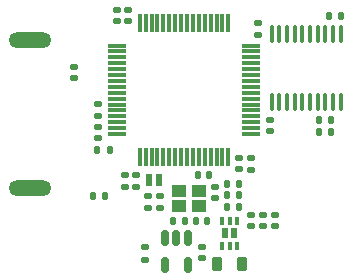
<source format=gtp>
%TF.GenerationSoftware,KiCad,Pcbnew,8.0.0*%
%TF.CreationDate,2024-03-08T16:01:40-06:00*%
%TF.ProjectId,led_dog_collar,6c65645f-646f-4675-9f63-6f6c6c61722e,rev?*%
%TF.SameCoordinates,Original*%
%TF.FileFunction,Paste,Top*%
%TF.FilePolarity,Positive*%
%FSLAX46Y46*%
G04 Gerber Fmt 4.6, Leading zero omitted, Abs format (unit mm)*
G04 Created by KiCad (PCBNEW 8.0.0) date 2024-03-08 16:01:40*
%MOMM*%
%LPD*%
G01*
G04 APERTURE LIST*
G04 Aperture macros list*
%AMRoundRect*
0 Rectangle with rounded corners*
0 $1 Rounding radius*
0 $2 $3 $4 $5 $6 $7 $8 $9 X,Y pos of 4 corners*
0 Add a 4 corners polygon primitive as box body*
4,1,4,$2,$3,$4,$5,$6,$7,$8,$9,$2,$3,0*
0 Add four circle primitives for the rounded corners*
1,1,$1+$1,$2,$3*
1,1,$1+$1,$4,$5*
1,1,$1+$1,$6,$7*
1,1,$1+$1,$8,$9*
0 Add four rect primitives between the rounded corners*
20,1,$1+$1,$2,$3,$4,$5,0*
20,1,$1+$1,$4,$5,$6,$7,0*
20,1,$1+$1,$6,$7,$8,$9,0*
20,1,$1+$1,$8,$9,$2,$3,0*%
G04 Aperture macros list end*
%ADD10RoundRect,0.140000X0.170000X-0.140000X0.170000X0.140000X-0.170000X0.140000X-0.170000X-0.140000X0*%
%ADD11RoundRect,0.140000X-0.140000X-0.170000X0.140000X-0.170000X0.140000X0.170000X-0.140000X0.170000X0*%
%ADD12RoundRect,0.140000X0.140000X0.170000X-0.140000X0.170000X-0.140000X-0.170000X0.140000X-0.170000X0*%
%ADD13RoundRect,0.140000X-0.170000X0.140000X-0.170000X-0.140000X0.170000X-0.140000X0.170000X0.140000X0*%
%ADD14RoundRect,0.135000X-0.185000X0.135000X-0.185000X-0.135000X0.185000X-0.135000X0.185000X0.135000X0*%
%ADD15RoundRect,0.135000X-0.135000X-0.185000X0.135000X-0.185000X0.135000X0.185000X-0.135000X0.185000X0*%
%ADD16RoundRect,0.075000X0.075000X-0.700000X0.075000X0.700000X-0.075000X0.700000X-0.075000X-0.700000X0*%
%ADD17RoundRect,0.075000X0.700000X-0.075000X0.700000X0.075000X-0.700000X0.075000X-0.700000X-0.075000X0*%
%ADD18RoundRect,0.135000X0.135000X0.185000X-0.135000X0.185000X-0.135000X-0.185000X0.135000X-0.185000X0*%
%ADD19RoundRect,0.135000X0.185000X-0.135000X0.185000X0.135000X-0.185000X0.135000X-0.185000X-0.135000X0*%
%ADD20R,1.200000X1.000000*%
%ADD21R,0.575000X1.140000*%
%ADD22RoundRect,0.150000X-0.150000X0.512500X-0.150000X-0.512500X0.150000X-0.512500X0.150000X0.512500X0*%
%ADD23O,3.606800X1.320800*%
%ADD24R,0.630000X0.820000*%
%ADD25R,0.350000X0.650000*%
%ADD26RoundRect,0.100000X-0.100000X0.637500X-0.100000X-0.637500X0.100000X-0.637500X0.100000X0.637500X0*%
%ADD27RoundRect,0.218750X0.218750X0.381250X-0.218750X0.381250X-0.218750X-0.381250X0.218750X-0.381250X0*%
G04 APERTURE END LIST*
D10*
%TO.C,C19*%
X187452000Y-53437799D03*
X187452000Y-52477799D03*
%TD*%
%TO.C,C15*%
X199390000Y-54570000D03*
X199390000Y-53610000D03*
%TD*%
D11*
%TO.C,C6*%
X196820000Y-68190000D03*
X197780000Y-68190000D03*
%TD*%
D12*
%TO.C,C23*%
X193220000Y-70330000D03*
X192260000Y-70330000D03*
%TD*%
D13*
%TO.C,C14*%
X200451399Y-61777800D03*
X200451399Y-62737800D03*
%TD*%
%TO.C,C11*%
X197820000Y-65000000D03*
X197820000Y-65960000D03*
%TD*%
D14*
%TO.C,R4*%
X189814200Y-72593200D03*
X189814200Y-73613198D03*
%TD*%
D10*
%TO.C,C16*%
X185871800Y-63347399D03*
X185871800Y-62387399D03*
%TD*%
D15*
%TO.C,R7*%
X185826400Y-64339599D03*
X186846400Y-64339599D03*
%TD*%
D12*
%TO.C,C17*%
X195298000Y-66471800D03*
X194338000Y-66471800D03*
%TD*%
D15*
%TO.C,R2*%
X205409800Y-52984400D03*
X206429798Y-52984400D03*
%TD*%
D13*
%TO.C,C12*%
X188132401Y-66471599D03*
X188132401Y-67431599D03*
%TD*%
D16*
%TO.C,U4*%
X189402401Y-64918400D03*
X189902400Y-64918400D03*
X190402400Y-64918400D03*
X190902400Y-64918400D03*
X191402400Y-64918400D03*
X191902401Y-64918400D03*
X192402400Y-64918400D03*
X192902400Y-64918400D03*
X193402400Y-64918400D03*
X193902400Y-64918400D03*
X194402399Y-64918400D03*
X194902400Y-64918400D03*
X195402400Y-64918400D03*
X195902400Y-64918400D03*
X196402400Y-64918400D03*
X196902399Y-64918400D03*
D17*
X198827400Y-62993399D03*
X198827400Y-62493400D03*
X198827400Y-61993400D03*
X198827400Y-61493400D03*
X198827400Y-60993400D03*
X198827400Y-60493399D03*
X198827400Y-59993400D03*
X198827400Y-59493400D03*
X198827400Y-58993400D03*
X198827400Y-58493400D03*
X198827400Y-57993401D03*
X198827400Y-57493400D03*
X198827400Y-56993400D03*
X198827400Y-56493400D03*
X198827400Y-55993400D03*
X198827400Y-55493401D03*
D16*
X196902399Y-53568400D03*
X196402400Y-53568400D03*
X195902400Y-53568400D03*
X195402400Y-53568400D03*
X194902400Y-53568400D03*
X194402399Y-53568400D03*
X193902400Y-53568400D03*
X193402400Y-53568400D03*
X192902400Y-53568400D03*
X192402400Y-53568400D03*
X191902401Y-53568400D03*
X191402400Y-53568400D03*
X190902400Y-53568400D03*
X190402400Y-53568400D03*
X189902400Y-53568400D03*
X189402401Y-53568400D03*
D17*
X187477400Y-55493401D03*
X187477400Y-55993400D03*
X187477400Y-56493400D03*
X187477400Y-56993400D03*
X187477400Y-57493400D03*
X187477400Y-57993401D03*
X187477400Y-58493400D03*
X187477400Y-58993400D03*
X187477400Y-59493400D03*
X187477400Y-59993400D03*
X187477400Y-60493399D03*
X187477400Y-60993400D03*
X187477400Y-61493400D03*
X187477400Y-61993400D03*
X187477400Y-62493400D03*
X187477400Y-62993399D03*
%TD*%
D13*
%TO.C,C13*%
X189123001Y-66476799D03*
X189123001Y-67436799D03*
%TD*%
D10*
%TO.C,C10*%
X194716400Y-73507600D03*
X194716400Y-72547600D03*
%TD*%
D18*
%TO.C,R3*%
X205587600Y-61772800D03*
X204567602Y-61772800D03*
%TD*%
D11*
%TO.C,C7*%
X196820000Y-67210000D03*
X197780000Y-67210000D03*
%TD*%
D10*
%TO.C,C1*%
X183820000Y-58270000D03*
X183820000Y-57310000D03*
%TD*%
D18*
%TO.C,R5*%
X186437999Y-68224400D03*
X185418001Y-68224400D03*
%TD*%
D19*
%TO.C,R9*%
X198830000Y-66009998D03*
X198830000Y-64990000D03*
%TD*%
D12*
%TO.C,C8*%
X205559600Y-62788800D03*
X204599600Y-62788800D03*
%TD*%
%TO.C,C9*%
X195117600Y-70332600D03*
X194157600Y-70332600D03*
%TD*%
D10*
%TO.C,C5*%
X198830000Y-70780000D03*
X198830000Y-69820000D03*
%TD*%
D20*
%TO.C,U5*%
X194409800Y-67768599D03*
X192709800Y-67768599D03*
X192709800Y-69068599D03*
X194409800Y-69068599D03*
%TD*%
D21*
%TO.C,U6*%
X190215201Y-66903399D03*
X191040201Y-66903399D03*
%TD*%
D13*
%TO.C,C22*%
X191135701Y-68249598D03*
X191135701Y-69209598D03*
%TD*%
D14*
%TO.C,R6*%
X185853800Y-60451400D03*
X185853800Y-61471398D03*
%TD*%
D22*
%TO.C,U3*%
X193449999Y-71760000D03*
X192500000Y-71760000D03*
X191550001Y-71760000D03*
X191550001Y-74035000D03*
X193449999Y-74035000D03*
%TD*%
D13*
%TO.C,C21*%
X190119702Y-68249599D03*
X190119702Y-69209599D03*
%TD*%
D23*
%TO.C,SW2*%
X180086000Y-55038600D03*
X180086000Y-67538600D03*
%TD*%
D10*
%TO.C,C3*%
X199820000Y-70780000D03*
X199820000Y-69820000D03*
%TD*%
D24*
%TO.C,U1*%
X197415700Y-71384900D03*
X196615700Y-71384900D03*
D25*
X197665700Y-70334899D03*
X197015700Y-70334900D03*
X196365700Y-70334899D03*
X196365700Y-72434901D03*
X197015700Y-72434900D03*
X197665700Y-72434901D03*
%TD*%
D11*
%TO.C,C4*%
X196810000Y-69180000D03*
X197770000Y-69180000D03*
%TD*%
D26*
%TO.C,U2*%
X206418800Y-54533800D03*
X205768800Y-54533800D03*
X205118800Y-54533800D03*
X204468800Y-54533800D03*
X203818800Y-54533800D03*
X203168800Y-54533800D03*
X202518800Y-54533800D03*
X201868800Y-54533800D03*
X201218800Y-54533800D03*
X200568800Y-54533800D03*
X200568800Y-60258800D03*
X201218800Y-60258800D03*
X201868800Y-60258800D03*
X202518800Y-60258800D03*
X203168800Y-60258800D03*
X203818800Y-60258800D03*
X204468800Y-60258800D03*
X205118800Y-60258800D03*
X205768800Y-60258800D03*
X206418800Y-60258800D03*
%TD*%
D13*
%TO.C,C20*%
X195803200Y-67443599D03*
X195803200Y-68403599D03*
%TD*%
D27*
%TO.C,L1*%
X198064900Y-73990200D03*
X195939900Y-73990200D03*
%TD*%
D10*
%TO.C,C18*%
X188440000Y-53440399D03*
X188440000Y-52480399D03*
%TD*%
%TO.C,C2*%
X200819999Y-70780000D03*
X200819999Y-69820000D03*
%TD*%
M02*

</source>
